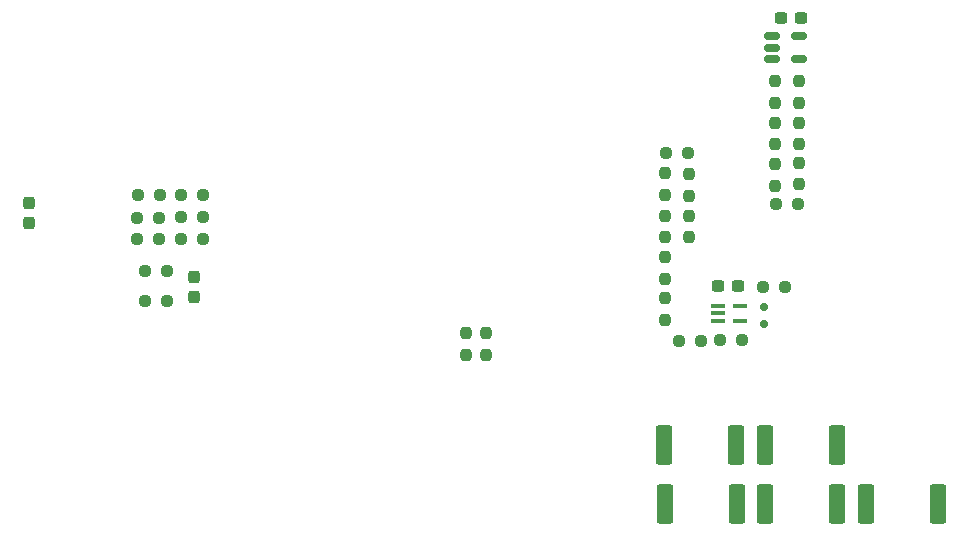
<source format=gbr>
%TF.GenerationSoftware,KiCad,Pcbnew,7.0.7*%
%TF.CreationDate,2023-12-25T15:57:39+03:00*%
%TF.ProjectId,Main_PCB_002,4d61696e-5f50-4434-925f-3030322e6b69,rev?*%
%TF.SameCoordinates,Original*%
%TF.FileFunction,Paste,Top*%
%TF.FilePolarity,Positive*%
%FSLAX46Y46*%
G04 Gerber Fmt 4.6, Leading zero omitted, Abs format (unit mm)*
G04 Created by KiCad (PCBNEW 7.0.7) date 2023-12-25 15:57:39*
%MOMM*%
%LPD*%
G01*
G04 APERTURE LIST*
G04 Aperture macros list*
%AMRoundRect*
0 Rectangle with rounded corners*
0 $1 Rounding radius*
0 $2 $3 $4 $5 $6 $7 $8 $9 X,Y pos of 4 corners*
0 Add a 4 corners polygon primitive as box body*
4,1,4,$2,$3,$4,$5,$6,$7,$8,$9,$2,$3,0*
0 Add four circle primitives for the rounded corners*
1,1,$1+$1,$2,$3*
1,1,$1+$1,$4,$5*
1,1,$1+$1,$6,$7*
1,1,$1+$1,$8,$9*
0 Add four rect primitives between the rounded corners*
20,1,$1+$1,$2,$3,$4,$5,0*
20,1,$1+$1,$4,$5,$6,$7,0*
20,1,$1+$1,$6,$7,$8,$9,0*
20,1,$1+$1,$8,$9,$2,$3,0*%
G04 Aperture macros list end*
%ADD10RoundRect,0.237500X0.250000X0.237500X-0.250000X0.237500X-0.250000X-0.237500X0.250000X-0.237500X0*%
%ADD11RoundRect,0.249999X-0.450001X-1.425001X0.450001X-1.425001X0.450001X1.425001X-0.450001X1.425001X0*%
%ADD12RoundRect,0.249999X0.450001X1.425001X-0.450001X1.425001X-0.450001X-1.425001X0.450001X-1.425001X0*%
%ADD13RoundRect,0.237500X-0.237500X0.250000X-0.237500X-0.250000X0.237500X-0.250000X0.237500X0.250000X0*%
%ADD14RoundRect,0.237500X0.237500X-0.250000X0.237500X0.250000X-0.237500X0.250000X-0.237500X-0.250000X0*%
%ADD15RoundRect,0.237500X-0.250000X-0.237500X0.250000X-0.237500X0.250000X0.237500X-0.250000X0.237500X0*%
%ADD16R,1.168400X0.304800*%
%ADD17RoundRect,0.237500X0.300000X0.237500X-0.300000X0.237500X-0.300000X-0.237500X0.300000X-0.237500X0*%
%ADD18RoundRect,0.237500X-0.237500X0.300000X-0.237500X-0.300000X0.237500X-0.300000X0.237500X0.300000X0*%
%ADD19RoundRect,0.150000X-0.512500X-0.150000X0.512500X-0.150000X0.512500X0.150000X-0.512500X0.150000X0*%
%ADD20RoundRect,0.150000X0.200000X-0.150000X0.200000X0.150000X-0.200000X0.150000X-0.200000X-0.150000X0*%
G04 APERTURE END LIST*
D10*
%TO.C,R16*%
X105500000Y-110000000D03*
X103675000Y-110000000D03*
%TD*%
D11*
%TO.C,R19*%
X164700000Y-127250000D03*
X170800000Y-127250000D03*
%TD*%
%TO.C,R18*%
X156150000Y-127250000D03*
X162250000Y-127250000D03*
%TD*%
%TO.C,R17*%
X147650000Y-127250000D03*
X153750000Y-127250000D03*
%TD*%
D12*
%TO.C,R14*%
X162200000Y-122250000D03*
X156100000Y-122250000D03*
%TD*%
%TO.C,R6*%
X153700000Y-122250000D03*
X147600000Y-122250000D03*
%TD*%
D10*
%TO.C,R32*%
X158912500Y-101837500D03*
X157087500Y-101837500D03*
%TD*%
D13*
%TO.C,R31*%
X159000000Y-91425000D03*
X159000000Y-93250000D03*
%TD*%
%TO.C,R30*%
X159000000Y-94925000D03*
X159000000Y-96750000D03*
%TD*%
%TO.C,R29*%
X159000000Y-98337500D03*
X159000000Y-100162500D03*
%TD*%
%TO.C,R28*%
X157000000Y-98425000D03*
X157000000Y-100250000D03*
%TD*%
D14*
%TO.C,R27*%
X157000000Y-96750000D03*
X157000000Y-94925000D03*
%TD*%
D13*
%TO.C,R25*%
X149700000Y-102801499D03*
X149700000Y-104626499D03*
%TD*%
%TO.C,R24*%
X149700000Y-99301499D03*
X149700000Y-101126499D03*
%TD*%
D15*
%TO.C,R23*%
X147787500Y-97463999D03*
X149612500Y-97463999D03*
%TD*%
D13*
%TO.C,R22*%
X147700000Y-99213999D03*
X147700000Y-101038999D03*
%TD*%
%TO.C,R21*%
X147700000Y-102801499D03*
X147700000Y-104626499D03*
%TD*%
%TO.C,R20*%
X147700000Y-106301499D03*
X147700000Y-108126499D03*
%TD*%
D14*
%TO.C,R12*%
X130861800Y-114600000D03*
X130861800Y-112775000D03*
%TD*%
D16*
%TO.C,U2*%
X152130750Y-110414001D03*
X152130750Y-111064000D03*
X152130750Y-111713999D03*
X154061150Y-111713999D03*
X154061150Y-110414001D03*
%TD*%
D15*
%TO.C,R8*%
X106710100Y-104818400D03*
X108535100Y-104818400D03*
%TD*%
D17*
%TO.C,C2*%
X159194200Y-86103650D03*
X157469200Y-86103650D03*
%TD*%
%TO.C,C1*%
X153856850Y-108778000D03*
X152131850Y-108778000D03*
%TD*%
D13*
%TO.C,R2*%
X147700000Y-109801499D03*
X147700000Y-111626499D03*
%TD*%
D18*
%TO.C,C4*%
X93800000Y-101737500D03*
X93800000Y-103462500D03*
%TD*%
D15*
%TO.C,R1*%
X106710100Y-101059200D03*
X108535100Y-101059200D03*
%TD*%
D14*
%TO.C,R13*%
X132538200Y-114600000D03*
X132538200Y-112775000D03*
%TD*%
D15*
%TO.C,R9*%
X103052500Y-101059200D03*
X104877500Y-101059200D03*
%TD*%
D13*
%TO.C,R26*%
X157000000Y-91425000D03*
X157000000Y-93250000D03*
%TD*%
D15*
%TO.C,R4*%
X148881450Y-113400800D03*
X150706450Y-113400800D03*
%TD*%
%TO.C,R7*%
X106710100Y-102938800D03*
X108535100Y-102938800D03*
%TD*%
%TO.C,R10*%
X103001700Y-102989600D03*
X104826700Y-102989600D03*
%TD*%
D19*
%TO.C,U17*%
X156725000Y-87625650D03*
X156725000Y-88575650D03*
X156725000Y-89525650D03*
X159000000Y-89525650D03*
X159000000Y-87625650D03*
%TD*%
D15*
%TO.C,R3*%
X152335850Y-113350000D03*
X154160850Y-113350000D03*
%TD*%
D18*
%TO.C,C3*%
X107800000Y-107975000D03*
X107800000Y-109700000D03*
%TD*%
D15*
%TO.C,R11*%
X103001700Y-104818400D03*
X104826700Y-104818400D03*
%TD*%
D10*
%TO.C,R15*%
X105500000Y-107490000D03*
X103675000Y-107490000D03*
%TD*%
D15*
%TO.C,R5*%
X155993450Y-108828800D03*
X157818450Y-108828800D03*
%TD*%
D20*
%TO.C,D23*%
X156042350Y-110567200D03*
X156042350Y-111967200D03*
%TD*%
M02*

</source>
